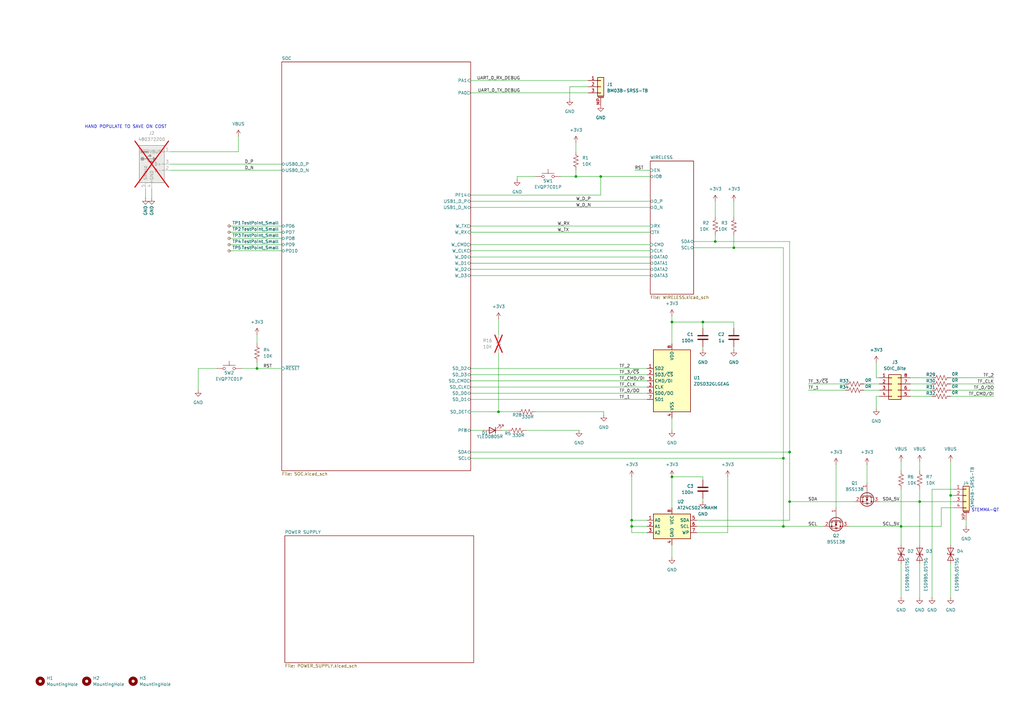
<source format=kicad_sch>
(kicad_sch (version 20231120) (generator "eeschema") (generator_version "8.0")
  (paper "A3")
  (title_block (title "Emergency Linux Computer") (date "2024-11-21") (rev "B"))
  (lib_symbols
    (symbol "Connector:TestPoint_Small" (pin_numbers hide) (pin_names (offset 0.762) hide)
      (property "Reference" "TP" (at 0 3.81 0))
      (property "Value" "TestPoint_Small" (at 0 2.032 0))
      (symbol "TestPoint_Small_0_1"
        (circle (center 0 0) (radius 0.508))
      )
      (symbol "TestPoint_Small_1_1"
        (pin passive line (at 0 0 90) (length 0) (name "1") (number "1"))
      )
    )
    (symbol "Connector:USB_A" (pin_names (offset 1.016))
      (property "Reference" "J" (at -5.08 11.43 0))
      (property "Value" "USB_A" (at -5.08 8.89 0))
      (symbol "USB_A_0_1"
        (rectangle (start -5.08 -7.62) (end 5.08 7.62) (stroke (width 0.254)) (fill (type background)))
        (circle (center -3.81 2.159) (radius 0.635) (stroke (width 0.254)) (fill (type outline)))
        (rectangle (start -1.524 4.826) (end -4.318 5.334) (fill (type outline)))
        (rectangle (start -1.27 4.572) (end -4.572 5.842))
        (circle (center -0.635 3.429) (radius 0.381) (stroke (width 0.254)) (fill (type outline)))
        (rectangle (start -0.127 -7.62) (end 0.127 -6.858))
        (polyline (pts (xy -3.175 2.159) (xy -2.54 2.159) (xy -1.27 3.429) (xy -0.635 3.429)) (stroke (width 0.254)))
        (polyline (pts (xy -2.54 2.159) (xy -1.905 2.159) (xy -1.27 0.889) (xy 0 0.889)) (stroke (width 0.254)))
        (polyline (pts (xy 0.635 2.794) (xy 0.635 1.524) (xy 1.905 2.159) (xy 0.635 2.794)) (stroke (width 0.254)) (fill (type outline)))
        (rectangle (start 0.254 1.27) (end -0.508 0.508) (stroke (width 0.254)) (fill (type outline)))
        (rectangle (start 5.08 -2.667) (end 4.318 -2.413))
        (rectangle (start 5.08 -0.127) (end 4.318 0.127))
        (rectangle (start 5.08 4.953) (end 4.318 5.207))
      )
      (symbol "USB_A_1_1"
        (polyline (pts (xy -1.905 2.159) (xy 0.635 2.159)) (stroke (width 0.254)))
        (pin power_in line (at 7.62 5.08 180) (length 2.54) (name "VBUS") (number "1"))
        (pin bidirectional line (at 7.62 -2.54 180) (length 2.54) (name "D-") (number "2"))
        (pin bidirectional line (at 7.62 0 180) (length 2.54) (name "D+") (number "3"))
        (pin power_in line (at 0 -10.16 90) (length 2.54) (name "GND") (number "4"))
        (pin passive line (at -2.54 -10.16 90) (length 2.54) (name "Shield") (number "5"))
      )
    )
    (symbol "Connector_Generic:Conn_02x04_Counter_Clockwise" (pin_names (offset 1.016) hide)
      (property "Reference" "J" (at 1.27 5.08 0))
      (property "Value" "Conn_02x04_Counter_Clockwise" (at 1.27 -7.62 0))
      (symbol "Conn_02x04_Counter_Clockwise_1_1"
        (rectangle (start -1.27 -4.953) (end 0 -5.207) (stroke (width 0.1524)))
        (rectangle (start -1.27 -2.413) (end 0 -2.667) (stroke (width 0.1524)))
        (rectangle (start -1.27 0.127) (end 0 -0.127) (stroke (width 0.1524)))
        (rectangle (start -1.27 2.667) (end 0 2.413) (stroke (width 0.1524)))
        (rectangle (start -1.27 3.81) (end 3.81 -6.35) (stroke (width 0.254)) (fill (type background)))
        (rectangle (start 3.81 -4.953) (end 2.54 -5.207) (stroke (width 0.1524)))
        (rectangle (start 3.81 -2.413) (end 2.54 -2.667) (stroke (width 0.1524)))
        (rectangle (start 3.81 0.127) (end 2.54 -0.127) (stroke (width 0.1524)))
        (rectangle (start 3.81 2.667) (end 2.54 2.413) (stroke (width 0.1524)))
        (pin passive line (at -5.08 2.54 0) (length 3.81) (name "Pin_1") (number "1"))
        (pin passive line (at -5.08 0 0) (length 3.81) (name "Pin_2") (number "2"))
        (pin passive line (at -5.08 -2.54 0) (length 3.81) (name "Pin_3") (number "3"))
        (pin passive line (at -5.08 -5.08 0) (length 3.81) (name "Pin_4") (number "4"))
        (pin passive line (at 7.62 -5.08 180) (length 3.81) (name "Pin_5") (number "5"))
        (pin passive line (at 7.62 -2.54 180) (length 3.81) (name "Pin_6") (number "6"))
        (pin passive line (at 7.62 0 180) (length 3.81) (name "Pin_7") (number "7"))
        (pin passive line (at 7.62 2.54 180) (length 3.81) (name "Pin_8") (number "8"))
      )
    )
    (symbol "Connector_Generic_MountingPin:Conn_01x03_MountingPin" (pin_names (offset 1.016) hide)
      (property "Reference" "J" (at 0 5.08 0))
      (property "Value" "Conn_01x03_MountingPin" (at 1.27 -5.08 0))
      (symbol "Conn_01x03_MountingPin_1_1"
        (rectangle (start -1.27 -2.413) (end 0 -2.667) (stroke (width 0.1524)))
        (rectangle (start -1.27 0.127) (end 0 -0.127) (stroke (width 0.1524)))
        (rectangle (start -1.27 2.667) (end 0 2.413) (stroke (width 0.1524)))
        (rectangle (start -1.27 3.81) (end 1.27 -3.81) (stroke (width 0.254)) (fill (type background)))
        (polyline (pts (xy -1.016 -4.572) (xy 1.016 -4.572)) (stroke (width 0.1524)))
        (text "Mounting" (at 0 -4.191 0) (effects (font (size 0.381 0.381))))
        (pin passive line (at -5.08 2.54 0) (length 3.81) (name "Pin_1") (number "1"))
        (pin passive line (at -5.08 0 0) (length 3.81) (name "Pin_2") (number "2"))
        (pin passive line (at -5.08 -2.54 0) (length 3.81) (name "Pin_3") (number "3"))
        (pin passive line (at 0 -7.62 90) (length 3.048) (name "MountPin") (number "MP"))
      )
    )
    (symbol "Connector_Generic_MountingPin:Conn_01x04_MountingPin" (pin_names (offset 1.016) hide)
      (property "Reference" "J" (at 0 5.08 0))
      (property "Value" "Conn_01x04_MountingPin" (at 1.27 -7.62 0))
      (symbol "Conn_01x04_MountingPin_1_1"
        (rectangle (start -1.27 -4.953) (end 0 -5.207) (stroke (width 0.1524)))
        (rectangle (start -1.27 -2.413) (end 0 -2.667) (stroke (width 0.1524)))
        (rectangle (start -1.27 0.127) (end 0 -0.127) (stroke (width 0.1524)))
        (rectangle (start -1.27 2.667) (end 0 2.413) (stroke (width 0.1524)))
        (rectangle (start -1.27 3.81) (end 1.27 -6.35) (stroke (width 0.254)) (fill (type background)))
        (polyline (pts (xy -1.016 -7.112) (xy 1.016 -7.112)) (stroke (width 0.1524)))
        (text "Mounting" (at 0 -6.731 0) (effects (font (size 0.381 0.381))))
        (pin passive line (at -5.08 2.54 0) (length 3.81) (name "Pin_1") (number "1"))
        (pin passive line (at -5.08 0 0) (length 3.81) (name "Pin_2") (number "2"))
        (pin passive line (at -5.08 -2.54 0) (length 3.81) (name "Pin_3") (number "3"))
        (pin passive line (at -5.08 -5.08 0) (length 3.81) (name "Pin_4") (number "4"))
        (pin passive line (at 0 -10.16 90) (length 3.048) (name "MountPin") (number "MP"))
      )
    )
    (symbol "Device:C" (pin_numbers hide) (pin_names (offset 0.254))
      (property "Reference" "C" (at 0.635 2.54 0))
      (property "Value" "C" (at 0.635 -2.54 0))
      (symbol "C_0_1"
        (polyline (pts (xy -2.032 -0.762) (xy 2.032 -0.762)) (stroke (width 0.508)))
        (polyline (pts (xy -2.032 0.762) (xy 2.032 0.762)) (stroke (width 0.508)))
      )
      (symbol "C_1_1"
        (pin passive line (at 0 3.81 270) (length 2.794) (name "~") (number "1"))
        (pin passive line (at 0 -3.81 90) (length 2.794) (name "~") (number "2"))
      )
    )
    (symbol "Device:LED" (pin_numbers hide) (pin_names (offset 1.016) hide)
      (property "Reference" "D" (at 0 2.54 0))
      (property "Value" "LED" (at 0 -2.54 0))
      (symbol "LED_0_1"
        (polyline (pts (xy -1.27 -1.27) (xy -1.27 1.27)) (stroke (width 0.254)))
        (polyline (pts (xy -1.27 0) (xy 1.27 0)))
        (polyline (pts (xy 1.27 -1.27) (xy 1.27 1.27) (xy -1.27 0) (xy 1.27 -1.27)) (stroke (width 0.254)))
        (polyline (pts (xy -3.048 -0.762) (xy -4.572 -2.286) (xy -3.81 -2.286) (xy -4.572 -2.286) (xy -4.572 -1.524)))
        (polyline (pts (xy -1.778 -0.762) (xy -3.302 -2.286) (xy -2.54 -2.286) (xy -3.302 -2.286) (xy -3.302 -1.524)))
      )
      (symbol "LED_1_1"
        (pin passive line (at -3.81 0 0) (length 2.54) (name "K") (number "1"))
        (pin passive line (at 3.81 0 180) (length 2.54) (name "A") (number "2"))
      )
    )
    (symbol "Device:R_US" (pin_numbers hide) (pin_names (offset 0))
      (property "Reference" "R" (at 2.54 0 90))
      (property "Value" "R_US" (at -2.54 0 90))
      (symbol "R_US_0_1"
        (polyline (pts (xy 0 -2.286) (xy 0 -2.54)))
        (polyline (pts (xy 0 2.286) (xy 0 2.54)))
        (polyline (pts (xy 0 -0.762) (xy 1.016 -1.143) (xy 0 -1.524) (xy -1.016 -1.905) (xy 0 -2.286)))
        (polyline (pts (xy 0 0.762) (xy 1.016 0.381) (xy 0 0) (xy -1.016 -0.381) (xy 0 -0.762)))
        (polyline (pts (xy 0 2.286) (xy 1.016 1.905) (xy 0 1.524) (xy -1.016 1.143) (xy 0 0.762)))
      )
      (symbol "R_US_1_1"
        (pin passive line (at 0 3.81 270) (length 1.27) (name "~") (number "1"))
        (pin passive line (at 0 -3.81 90) (length 1.27) (name "~") (number "2"))
      )
    )
    (symbol "Diode:ESD9B5.0ST5G" (pin_numbers hide) (pin_names (offset 1.016) hide)
      (property "Reference" "D" (at 0 2.54 0))
      (property "Value" "ESD9B5.0ST5G" (at 0 -2.54 0))
      (symbol "ESD9B5.0ST5G_0_1"
        (polyline (pts (xy 1.27 0) (xy -1.27 0)))
        (polyline (pts (xy -2.54 -1.27) (xy 0 0) (xy -2.54 1.27) (xy -2.54 -1.27)) (stroke (width 0.2032)))
        (polyline (pts (xy 0.508 1.27) (xy 0 1.27) (xy 0 -1.27) (xy -0.508 -1.27)) (stroke (width 0.2032)))
        (polyline (pts (xy 2.54 1.27) (xy 2.54 -1.27) (xy 0 0) (xy 2.54 1.27)) (stroke (width 0.2032)))
      )
      (symbol "ESD9B5.0ST5G_1_1"
        (pin passive line (at -3.81 0 0) (length 2.54) (name "A1") (number "1"))
        (pin passive line (at 3.81 0 180) (length 2.54) (name "A2") (number "2"))
      )
    )
    (symbol "Mechanical:MountingHole" (pin_names (offset 1.016)) (exclude_from_sim yes) (in_bom no)
      (property "Reference" "H" (at 0 5.08 0))
      (property "Value" "MountingHole" (at 0 3.175 0))
      (symbol "MountingHole_0_1"
        (circle (center 0 0) (radius 1.27) (stroke (width 1.27)))
      )
    )
    (symbol "Memory_EEPROM:AT24CS02-MAHM"
      (property "Reference" "U2" (at 2.1941 10.16 0))
      (property "Value" "AT24CS02-MAHM" (at 2.1941 7.62 0))
      (symbol "AT24CS02-MAHM_1_1"
        (rectangle (start -7.62 5.08) (end 7.62 -5.08) (stroke (width 0.254)) (fill (type background)))
        (pin input line (at -10.16 2.54 0) (length 2.54) (name "A0") (number "1"))
        (pin input line (at -10.16 0 0) (length 2.54) (name "A1") (number "2"))
        (pin input line (at -10.16 -2.54 0) (length 2.54) (name "A2") (number "3"))
        (pin power_in line (at 0 -7.62 90) (length 2.54) (name "GND") (number "4"))
        (pin bidirectional line (at 10.16 2.54 180) (length 2.54) (name "SDA") (number "5"))
        (pin input line (at 10.16 0 180) (length 2.54) (name "SCL") (number "6"))
        (pin input line (at 10.16 -2.54 180) (length 2.54) (name "WP") (number "7"))
        (pin power_in line (at 0 7.62 270) (length 2.54) (name "VCC") (number "8"))
        (pin power_in line (at 0 -7.62 90) (length 2.54) hide (name "GND") (number "9"))
      )
    )
    (symbol "Memory_Flash:XTSD08G"
      (property "Reference" "U" (at -7.62 15.24 0))
      (property "Value" "XTSD08G" (at 2.54 15.24 0))
      (symbol "XTSD08G_0_1"
        (rectangle (start -7.62 12.7) (end 7.62 -12.7) (stroke (width 0.254)) (fill (type background)))
      )
      (symbol "XTSD08G_1_1"
        (pin bidirectional line (at -10.16 5.08 0) (length 2.54) (name "SD2") (number "1"))
        (pin bidirectional line (at -10.16 2.54 0) (length 2.54) (name "SD3/~{CS}") (number "2"))
        (pin input line (at -10.16 -2.54 0) (length 2.54) (name "CLK") (number "3"))
        (pin power_in line (at 0 -15.24 90) (length 2.54) (name "VSS") (number "4"))
        (pin input line (at -10.16 0 0) (length 2.54) (name "CMD/DI") (number "5"))
        (pin bidirectional line (at -10.16 -5.08 0) (length 2.54) (name "SD0/DO") (number "6"))
        (pin bidirectional line (at -10.16 -7.62 0) (length 2.54) (name "SD1") (number "7"))
        (pin power_in line (at 0 15.24 270) (length 2.54) (name "VDD") (number "8"))
      )
    )
    (symbol "Switch:SW_Push" (pin_numbers hide) (pin_names (offset 1.016) hide)
      (property "Reference" "SW" (at 1.27 2.54 0))
      (property "Value" "SW_Push" (at 0 -1.524 0))
      (symbol "SW_Push_0_1"
        (circle (center -2.032 0) (radius 0.508))
        (polyline (pts (xy 0 1.27) (xy 0 3.048)))
        (polyline (pts (xy 2.54 1.27) (xy -2.54 1.27)))
        (circle (center 2.032 0) (radius 0.508))
        (pin passive line (at -5.08 0 0) (length 2.54) (name "1") (number "1"))
        (pin passive line (at 5.08 0 180) (length 2.54) (name "2") (number "2"))
      )
    )
    (symbol "Transistor_FET:BSS138" (pin_names hide)
      (property "Reference" "Q" (at 5.08 1.905 0))
      (property "Value" "BSS138" (at 5.08 0 0))
      (symbol "BSS138_0_1"
        (polyline (pts (xy 0.254 0) (xy -2.54 0)))
        (polyline (pts (xy 0.254 1.905) (xy 0.254 -1.905)) (stroke (width 0.254)))
        (polyline (pts (xy 0.762 -1.27) (xy 0.762 -2.286)) (stroke (width 0.254)))
        (polyline (pts (xy 0.762 0.508) (xy 0.762 -0.508)) (stroke (width 0.254)))
        (polyline (pts (xy 0.762 2.286) (xy 0.762 1.27)) (stroke (width 0.254)))
        (polyline (pts (xy 2.54 2.54) (xy 2.54 1.778)))
        (polyline (pts (xy 2.54 -2.54) (xy 2.54 0) (xy 0.762 0)))
        (polyline (pts (xy 0.762 -1.778) (xy 3.302 -1.778) (xy 3.302 1.778) (xy 0.762 1.778)))
        (polyline (pts (xy 1.016 0) (xy 2.032 0.381) (xy 2.032 -0.381) (xy 1.016 0)) (fill (type outline)))
        (polyline (pts (xy 2.794 0.508) (xy 2.921 0.381) (xy 3.683 0.381) (xy 3.81 0.254)))
        (polyline (pts (xy 3.302 0.381) (xy 2.921 -0.254) (xy 3.683 -0.254) (xy 3.302 0.381)))
        (circle (center 1.651 0) (radius 2.794) (stroke (width 0.254)))
        (circle (center 2.54 -1.778) (radius 0.254) (fill (type outline)))
        (circle (center 2.54 1.778) (radius 0.254) (fill (type outline)))
      )
      (symbol "BSS138_1_1"
        (pin input line (at -5.08 0 0) (length 2.54) (name "G") (number "1"))
        (pin passive line (at 2.54 -5.08 90) (length 2.54) (name "S") (number "2"))
        (pin passive line (at 2.54 5.08 270) (length 2.54) (name "D") (number "3"))
      )
    )
    (symbol "power:+3V3" (power) (pin_numbers hide) (pin_names (offset 0) hide)
      (property "Value" "+3V3" (at 0 3.556 0))
      (symbol "+3V3_0_1"
        (polyline (pts (xy -0.762 1.27) (xy 0 2.54)))
        (polyline (pts (xy 0 0) (xy 0 2.54)))
        (polyline (pts (xy 0 2.54) (xy 0.762 1.27)))
      )
      (symbol "+3V3_1_1"
        (pin power_in line (at 0 0 90) (length 0) (name "~") (number "1"))
      )
    )
    (symbol "power:GND" (power) (pin_numbers hide) (pin_names (offset 0) hide)
      (property "Value" "GND" (at 0 -3.81 0))
      (symbol "GND_0_1"
        (polyline (pts (xy 0 0) (xy 0 -1.27) (xy 1.27 -1.27) (xy 0 -2.54) (xy -1.27 -1.27) (xy 0 -1.27)))
      )
      (symbol "GND_1_1"
        (pin power_in line (at 0 0 270) (length 0) (name "~") (number "1"))
      )
    )
    (symbol "power:VBUS" (power) (pin_numbers hide) (pin_names (offset 0) hide)
      (property "Value" "VBUS" (at 0 3.556 0))
      (symbol "VBUS_0_1"
        (polyline (pts (xy -0.762 1.27) (xy 0 2.54)))
        (polyline (pts (xy 0 0) (xy 0 2.54)))
        (polyline (pts (xy 0 2.54) (xy 0.762 1.27)))
      )
      (symbol "VBUS_1_1"
        (pin power_in line (at 0 0 90) (length 0) (name "~") (number "1"))
      )
    )
  )
  (junction (at 377.19 205.74))
  (junction (at 275.59 195.58))
  (junction (at 259.08 213.36))
  (junction (at 246.38 72.39))
  (junction (at 321.31 187.96))
  (junction (at 323.85 185.42))
  (junction (at 369.57 215.9))
  (junction (at 323.85 205.74))
  (junction (at 288.29 132.08))
  (junction (at 275.59 132.08))
  (junction (at 321.31 215.9))
  (junction (at 204.47 168.91))
  (junction (at 236.22 72.39))
  (junction (at 259.08 215.9))
  (junction (at 300.99 101.6))
  (junction (at 389.89 203.2))
  (junction (at 105.41 151.13))
  (junction (at 293.37 99.06))
  (wire (pts (xy 259.08 215.9) (xy 259.08 218.44)))
  (wire (pts (xy 389.89 231.14) (xy 389.89 245.11)))
  (wire (pts (xy 288.29 142.24) (xy 288.29 143.51)))
  (wire (pts (xy 219.71 72.39) (xy 212.09 72.39)))
  (wire (pts (xy 193.04 102.87) (xy 266.7 102.87)))
  (wire (pts (xy 105.41 151.13) (xy 115.57 151.13)))
  (wire (pts (xy 204.47 144.78) (xy 204.47 168.91)))
  (wire (pts (xy 284.48 101.6) (xy 300.99 101.6)))
  (wire (pts (xy 260.35 69.85) (xy 266.7 69.85)))
  (wire (pts (xy 373.38 162.56) (xy 382.27 162.56)))
  (wire (pts (xy 347.98 215.9) (xy 369.57 215.9)))
  (wire (pts (xy 389.89 189.23) (xy 389.89 203.2)))
  (wire (pts (xy 377.19 223.52) (xy 377.19 205.74)))
  (wire (pts (xy 354.33 157.48) (xy 360.68 157.48)))
  (wire (pts (xy 193.04 107.95) (xy 266.7 107.95)))
  (wire (pts (xy 373.38 154.94) (xy 382.27 154.94)))
  (wire (pts (xy 193.04 153.67) (xy 265.43 153.67)))
  (wire (pts (xy 321.31 187.96) (xy 321.31 215.9)))
  (wire (pts (xy 285.75 218.44) (xy 298.45 218.44)))
  (wire (pts (xy 300.99 101.6) (xy 321.31 101.6)))
  (wire (pts (xy 193.04 95.25) (xy 266.7 95.25)))
  (wire (pts (xy 342.9 190.5) (xy 342.9 208.28)))
  (wire (pts (xy 93.98 92.71) (xy 115.57 92.71)))
  (wire (pts (xy 246.38 72.39) (xy 266.7 72.39)))
  (wire (pts (xy 354.33 160.02) (xy 360.68 160.02)))
  (wire (pts (xy 389.89 157.48) (xy 407.67 157.48)))
  (wire (pts (xy 275.59 132.08) (xy 275.59 140.97)))
  (wire (pts (xy 93.98 102.87) (xy 115.57 102.87)))
  (wire (pts (xy 285.75 215.9) (xy 321.31 215.9)))
  (wire (pts (xy 93.98 100.33) (xy 115.57 100.33)))
  (wire (pts (xy 193.04 100.33) (xy 266.7 100.33)))
  (wire (pts (xy 369.57 231.14) (xy 369.57 245.11)))
  (wire (pts (xy 288.29 134.62) (xy 288.29 132.08)))
  (wire (pts (xy 275.59 228.6) (xy 275.59 223.52)))
  (wire (pts (xy 193.04 151.13) (xy 265.43 151.13)))
  (wire (pts (xy 193.04 163.83) (xy 265.43 163.83)))
  (wire (pts (xy 205.74 176.53) (xy 208.28 176.53)))
  (wire (pts (xy 233.68 35.56) (xy 233.68 40.64)))
  (wire (pts (xy 300.99 82.55) (xy 300.99 88.9)))
  (wire (pts (xy 300.99 142.24) (xy 300.99 143.51)))
  (wire (pts (xy 193.04 113.03) (xy 266.7 113.03)))
  (wire (pts (xy 284.48 99.06) (xy 293.37 99.06)))
  (wire (pts (xy 359.41 154.94) (xy 360.68 154.94)))
  (wire (pts (xy 323.85 185.42) (xy 323.85 205.74)))
  (wire (pts (xy 193.04 158.75) (xy 265.43 158.75)))
  (wire (pts (xy 62.23 77.47) (xy 62.23 81.28)))
  (wire (pts (xy 219.71 168.91) (xy 247.65 168.91)))
  (wire (pts (xy 259.08 195.58) (xy 259.08 213.36)))
  (wire (pts (xy 193.04 161.29) (xy 265.43 161.29)))
  (wire (pts (xy 259.08 213.36) (xy 259.08 215.9)))
  (wire (pts (xy 355.6 190.5) (xy 355.6 198.12)))
  (wire (pts (xy 88.9 151.13) (xy 81.28 151.13)))
  (wire (pts (xy 373.38 157.48) (xy 382.27 157.48)))
  (wire (pts (xy 247.65 168.91) (xy 247.65 170.18)))
  (wire (pts (xy 377.19 205.74) (xy 391.16 205.74)))
  (wire (pts (xy 193.04 82.55) (xy 266.7 82.55)))
  (wire (pts (xy 331.47 157.48) (xy 346.71 157.48)))
  (wire (pts (xy 193.04 80.01) (xy 246.38 80.01)))
  (wire (pts (xy 389.89 160.02) (xy 407.67 160.02)))
  (wire (pts (xy 360.68 205.74) (xy 377.19 205.74)))
  (wire (pts (xy 288.29 204.47) (xy 288.29 205.74)))
  (wire (pts (xy 69.85 69.85) (xy 115.57 69.85)))
  (wire (pts (xy 193.04 156.21) (xy 265.43 156.21)))
  (wire (pts (xy 259.08 218.44) (xy 265.43 218.44)))
  (wire (pts (xy 259.08 213.36) (xy 265.43 213.36)))
  (wire (pts (xy 389.89 162.56) (xy 407.67 162.56)))
  (wire (pts (xy 275.59 129.54) (xy 275.59 132.08)))
  (wire (pts (xy 377.19 189.23) (xy 377.19 193.04)))
  (wire (pts (xy 246.38 80.01) (xy 246.38 72.39)))
  (wire (pts (xy 288.29 132.08) (xy 275.59 132.08)))
  (wire (pts (xy 193.04 105.41) (xy 266.7 105.41)))
  (wire (pts (xy 93.98 95.25) (xy 115.57 95.25)))
  (wire (pts (xy 69.85 62.23) (xy 97.79 62.23)))
  (wire (pts (xy 236.22 69.85) (xy 236.22 72.39)))
  (wire (pts (xy 323.85 213.36) (xy 323.85 205.74)))
  (wire (pts (xy 193.04 187.96) (xy 321.31 187.96)))
  (wire (pts (xy 105.41 137.16) (xy 105.41 140.97)))
  (wire (pts (xy 359.41 162.56) (xy 359.41 167.64)))
  (wire (pts (xy 93.98 97.79) (xy 115.57 97.79)))
  (wire (pts (xy 236.22 72.39) (xy 229.87 72.39)))
  (wire (pts (xy 193.04 176.53) (xy 198.12 176.53)))
  (wire (pts (xy 359.41 148.59) (xy 359.41 154.94)))
  (wire (pts (xy 300.99 134.62) (xy 300.99 132.08)))
  (wire (pts (xy 105.41 151.13) (xy 99.06 151.13)))
  (wire (pts (xy 69.85 67.31) (xy 115.57 67.31)))
  (wire (pts (xy 321.31 215.9) (xy 337.82 215.9)))
  (wire (pts (xy 193.04 168.91) (xy 204.47 168.91)))
  (wire (pts (xy 298.45 195.58) (xy 298.45 218.44)))
  (wire (pts (xy 321.31 101.6) (xy 321.31 187.96)))
  (wire (pts (xy 300.99 132.08) (xy 288.29 132.08)))
  (wire (pts (xy 97.79 55.88) (xy 97.79 62.23)))
  (wire (pts (xy 386.08 215.9) (xy 386.08 208.28)))
  (wire (pts (xy 386.08 208.28) (xy 391.16 208.28)))
  (wire (pts (xy 236.22 58.42) (xy 236.22 62.23)))
  (wire (pts (xy 382.27 200.66) (xy 391.16 200.66)))
  (wire (pts (xy 369.57 215.9) (xy 386.08 215.9)))
  (wire (pts (xy 369.57 200.66) (xy 369.57 215.9)))
  (wire (pts (xy 369.57 215.9) (xy 369.57 223.52)))
  (wire (pts (xy 204.47 130.81) (xy 204.47 137.16)))
  (wire (pts (xy 193.04 92.71) (xy 266.7 92.71)))
  (wire (pts (xy 389.89 203.2) (xy 389.89 223.52)))
  (wire (pts (xy 373.38 160.02) (xy 382.27 160.02)))
  (wire (pts (xy 331.47 160.02) (xy 346.71 160.02)))
  (wire (pts (xy 59.69 77.47) (xy 59.69 81.28)))
  (wire (pts (xy 288.29 196.85) (xy 288.29 195.58)))
  (wire (pts (xy 323.85 99.06) (xy 323.85 185.42)))
  (wire (pts (xy 193.04 110.49) (xy 266.7 110.49)))
  (wire (pts (xy 241.3 35.56) (xy 233.68 35.56)))
  (wire (pts (xy 81.28 151.13) (xy 81.28 160.02)))
  (wire (pts (xy 300.99 96.52) (xy 300.99 101.6)))
  (wire (pts (xy 369.57 189.23) (xy 369.57 193.04)))
  (wire (pts (xy 377.19 200.66) (xy 377.19 205.74)))
  (wire (pts (xy 293.37 99.06) (xy 323.85 99.06)))
  (wire (pts (xy 215.9 176.53) (xy 237.49 176.53)))
  (wire (pts (xy 285.75 213.36) (xy 323.85 213.36)))
  (wire (pts (xy 193.04 85.09) (xy 266.7 85.09)))
  (wire (pts (xy 382.27 200.66) (xy 382.27 245.11)))
  (wire (pts (xy 323.85 205.74) (xy 350.52 205.74)))
  (wire (pts (xy 389.89 154.94) (xy 407.67 154.94)))
  (wire (pts (xy 288.29 195.58) (xy 275.59 195.58)))
  (wire (pts (xy 275.59 171.45) (xy 275.59 176.53)))
  (wire (pts (xy 396.24 213.36) (xy 396.24 215.9)))
  (wire (pts (xy 293.37 96.52) (xy 293.37 99.06)))
  (wire (pts (xy 193.04 38.1) (xy 241.3 38.1)))
  (wire (pts (xy 391.16 203.2) (xy 389.89 203.2)))
  (wire (pts (xy 236.22 72.39) (xy 246.38 72.39)))
  (wire (pts (xy 193.04 33.02) (xy 241.3 33.02)))
  (wire (pts (xy 293.37 82.55) (xy 293.37 88.9)))
  (wire (pts (xy 360.68 162.56) (xy 359.41 162.56)))
  (wire (pts (xy 105.41 148.59) (xy 105.41 151.13)))
  (wire (pts (xy 377.19 231.14) (xy 377.19 245.11)))
  (wire (pts (xy 275.59 195.58) (xy 275.59 208.28)))
  (wire (pts (xy 204.47 168.91) (xy 212.09 168.91)))
  (wire (pts (xy 212.09 72.39) (xy 212.09 73.66)))
  (wire (pts (xy 193.04 185.42) (xy 323.85 185.42)))
  (wire (pts (xy 259.08 215.9) (xy 265.43 215.9)))
  (text "STEMMA-QT" (at 404.114 209.296 0) (effects (font (size 1.27 1.27))))
  (text "HAND POPULATE TO SAVE ON COST\n" (at 51.562 52.07 0) (effects (font (size 1.27 1.27))))
  (label "UART_0_RX_DEBUG" (at 213.36 33.02 180))
  (label "TF_2" (at 254 151.13 0))
  (label "W_D_P" (at 236.22 82.55 0))
  (label "TF_CMD{slash}DI" (at 254 156.21 0))
  (label "TF_CLK" (at 407.67 157.48 180))
  (label "RST" (at 107.95 151.13 0))
  (label "W_TX" (at 228.6 95.25 0))
  (label "W_RX" (at 228.6 92.71 0))
  (label "TF_1" (at 331.47 160.02 0))
  (label "D_P" (at 100.33 67.31 0))
  (label "TF_3{slash}~{CS}" (at 254 153.67 0))
  (label "TF_0{slash}DO" (at 254 161.29 0))
  (label "W_D_N" (at 236.22 85.09 0))
  (label "UART_0_TX_DEBUG" (at 213.36 38.1 180))
  (label "SCL" (at 331.47 215.9 0))
  (label "D_N" (at 100.33 69.85 0))
  (label "TF_3{slash}~{CS}" (at 331.47 157.48 0))
  (label "TF_1" (at 254 163.83 0))
  (label "SDA_5V" (at 361.95 205.74 0))
  (label "SDA" (at 331.47 205.74 0))
  (label "TF_0{slash}DO" (at 407.67 160.02 180))
  (label "TF_CMD{slash}DI" (at 407.67 162.56 180))
  (label "RST" (at 260.35 69.85 0))
  (label "TF_CLK" (at 254 158.75 0))
  (label "TF_2" (at 407.67 154.94 180))
  (label "SCL_5V" (at 361.95 215.9 0))
  (symbol (lib_id "Device:C") (at 288.29 200.66 0) (mirror y) (unit 1)
    (property "Reference" "C3" (at 284.48 199.3899 0) (effects (justify left)))
    (property "Value" "100n" (at 284.48 201.9299 0) (effects (justify left)))
    (property "Footprint" "Capacitor_SMD:C_0201_0603Metric" (effects (hide yes)))
    (property "Description" "Unpolarized capacitor" (effects (hide yes)))
  )
  (symbol (lib_id "power:GND") (at 275.59 176.53 0) (mirror y) (unit 1)
    (property "Reference" "#PWR018" (effects (hide yes)))
    (property "Value" "GND" (at 275.59 181.61 0))
    (property "Description" "Power symbol creates a global label with name \"GND\" , ground" (effects (hide yes)))
  )
  (symbol (lib_id "Diode:ESD9B5.0ST5G") (at 369.57 227.33 270) (unit 1)
    (property "Reference" "D2" (at 372.11 226.0599 90) (effects (justify left)))
    (property "Value" "ESD9B5.0ST5G" (at 372.11 228.5999 0) (effects (justify left)))
    (property "Footprint" "Diode_SMD:D_SOD-923" (effects (hide yes)))
    (property "Datasheet" "https://www.onsemi.com/pub/Collateral/ESD9B-D.PDF" (effects (hide yes)))
    (property "Description" "ESD protection diode, 5.0Vrwm, SOD-923" (effects (hide yes)))
  )
  (symbol (lib_id "Device:R_US") (at 293.37 92.71 0) (mirror y) (unit 1)
    (property "Reference" "R2" (at 290.83 91.4399 0) (effects (justify left)))
    (property "Value" "10K" (at 290.83 93.9799 0) (effects (justify left)))
    (property "Footprint" "Resistor_SMD:R_0201_0603Metric" (effects (hide yes)))
    (property "Description" "Resistor, US symbol" (effects (hide yes)))
  )
  (symbol (lib_id "power:GND") (at 275.59 228.6 0) (mirror y) (unit 1)
    (property "Reference" "#PWR029" (effects (hide yes)))
    (property "Value" "GND" (at 275.59 233.68 0))
    (property "Description" "Power symbol creates a global label with name \"GND\" , ground" (effects (hide yes)))
  )
  (symbol (lib_id "power:GND") (at 377.19 245.11 0) (unit 1)
    (property "Reference" "#PWR031" (effects (hide yes)))
    (property "Value" "GND" (at 377.19 250.19 0))
    (property "Description" "Power symbol creates a global label with name \"GND\" , ground" (effects (hide yes)))
  )
  (symbol (lib_id "power:+3V3") (at 355.6 190.5 0) (unit 1)
    (property "Reference" "#PWR020" (effects (hide yes)))
    (property "Value" "+3V3" (at 355.6 185.42 0))
    (property "Description" "Power symbol creates a global label with name \"+3V3\"" (effects (hide yes)))
  )
  (symbol (lib_id "Mechanical:MountingHole") (at 54.61 279.4 0) (unit 1) (exclude_from_sim yes) (in_bom no)
    (property "Reference" "H3" (at 57.15 278.1299 0) (effects (justify left)))
    (property "Value" "MountingHole" (at 57.15 280.6699 0) (effects (justify left)))
    (property "Footprint" "MountingHole:MountingHole_2.2mm_M2" (effects (hide yes)))
    (property "Description" "Mounting Hole without connection" (effects (hide yes)))
  )
  (symbol (lib_id "Transistor_FET:BSS138") (at 355.6 203.2 270) (unit 1)
    (property "Reference" "Q1" (at 350.52 198.12 90))
    (property "Value" "BSS138" (at 350.52 200.66 90))
    (property "Footprint" "Package_TO_SOT_SMD:SOT-23" (effects (hide yes)))
    (property "Datasheet" "https://www.onsemi.com/pub/Collateral/BSS138-D.PDF" (effects (hide yes)))
    (property "Description" "50V Vds, 0.22A Id, N-Channel MOSFET, SOT-23" (effects (hide yes)))
  )
  (symbol (lib_id "Device:R_US") (at 204.47 140.97 0) (mirror y) (unit 1) (in_bom no) (dnp yes)
    (property "Reference" "R16" (at 201.93 139.6999 0) (effects (justify left)))
    (property "Value" "10K" (at 201.93 142.2399 0) (effects (justify left)))
    (property "Footprint" "Resistor_SMD:R_0805_2012Metric" (effects (hide yes)))
    (property "Description" "Resistor, US symbol" (effects (hide yes)))
  )
  (symbol (lib_id "power:VBUS") (at 97.79 55.88 0) (unit 1)
    (property "Reference" "#PWR03" (effects (hide yes)))
    (property "Value" "VBUS" (at 97.79 50.8 0))
    (property "Description" "Power symbol creates a global label with name \"VBUS\"" (effects (hide yes)))
  )
  (symbol (lib_id "Connector:TestPoint_Small") (at 93.98 97.79 0) (unit 1) (exclude_from_sim yes) (in_bom no)
    (property "Reference" "TP3" (at 95.25 96.5199 0) (effects (justify left)))
    (property "Value" "TestPoint_Small" (at 99.06 96.52 0) (effects (justify left)))
    (property "Footprint" "TestPoint:TestPoint_Pad_D1.0mm" (effects (hide yes)))
    (property "Description" "test point" (effects (hide yes)))
  )
  (symbol (lib_id "Memory_Flash:XTSD08G") (at 275.59 156.21 0) (unit 1)
    (property "Reference" "U1" (at 284.48 154.9399 0) (effects (justify left)))
    (property "Value" "ZDSD32GLGEAG" (at 284.48 157.4799 0) (effects (justify left)))
    (property "Footprint" "Package_LGA:LGA-8_8x6mm_P1.27mm" (effects (hide yes)))
    (property "Datasheet" "https://wmsc.lcsc.com/wmsc/upload/file/pdf/v2/lcsc/2312110943_Zetta-ZDSD32GLGEAG_C5188571.pdf" (effects (hide yes)))
    (property "Description" "8Gbit NAND flash compliant with SD2.0 interface, 50Mhz 3.3V, LGA-8" (effects (hide yes)))
  )
  (symbol (lib_id "power:GND") (at 247.65 170.18 0) (unit 1)
    (property "Reference" "#PWR096" (effects (hide yes)))
    (property "Value" "GND" (at 247.65 175.26 0))
    (property "Description" "Power symbol creates a global label with name \"GND\" , ground" (effects (hide yes)))
  )
  (symbol (lib_id "Device:R_US") (at 386.08 157.48 90) (unit 1)
    (property "Reference" "R30" (at 381.762 156.21 90))
    (property "Value" "0R" (at 391.668 155.956 90))
    (property "Footprint" "Resistor_SMD:R_0201_0603Metric" (effects (hide yes)))
    (property "Description" "Resistor, US symbol" (effects (hide yes)))
  )
  (symbol (lib_id "Connector:TestPoint_Small") (at 93.98 102.87 0) (unit 1) (exclude_from_sim yes) (in_bom no)
    (property "Reference" "TP5" (at 95.25 101.5999 0) (effects (justify left)))
    (property "Value" "TestPoint_Small" (at 99.06 101.6 0) (effects (justify left)))
    (property "Footprint" "TestPoint:TestPoint_Pad_D1.0mm" (effects (hide yes)))
    (property "Description" "test point" (effects (hide yes)))
  )
  (symbol (lib_id "power:GND") (at 246.38 43.18 0) (mirror y) (unit 1)
    (property "Reference" "#PWR02" (effects (hide yes)))
    (property "Value" "GND" (at 246.38 48.26 0))
    (property "Description" "Power symbol creates a global label with name \"GND\" , ground" (effects (hide yes)))
  )
  (symbol (lib_id "power:GND") (at 359.41 167.64 0) (mirror y) (unit 1)
    (property "Reference" "#PWR016" (effects (hide yes)))
    (property "Value" "GND" (at 359.41 172.72 0))
    (property "Description" "Power symbol creates a global label with name \"GND\" , ground" (effects (hide yes)))
  )
  (symbol (lib_id "Connector:USB_A") (at 62.23 67.31 0) (unit 1) (in_bom no) (dnp yes)
    (property "Reference" "J2" (at 62.23 54.61 0))
    (property "Value" "480372200" (at 62.23 57.15 0))
    (property "Footprint" "Connector_USB:USB_A_Molex_48037-2200_Horizontal" (effects (hide yes)))
    (property "Description" "USB Type A connector" (effects (hide yes)))
  )
  (symbol (lib_id "Device:LED") (at 201.93 176.53 180) (unit 1)
    (property "Reference" "D1" (at 198.882 177.546 0))
    (property "Value" "YLED0805R" (at 200.914 179.07 0))
    (property "Footprint" "LED_SMD:LED_0805_2012Metric" (effects (hide yes)))
    (property "Description" "Light emitting diode" (effects (hide yes)))
  )
  (symbol (lib_id "power:GND") (at 62.23 81.28 0) (unit 1)
    (property "Reference" "#PWR07" (effects (hide yes)))
    (property "Value" "GND" (at 62.23 86.36 90))
    (property "Description" "Power symbol creates a global label with name \"GND\" , ground" (effects (hide yes)))
  )
  (symbol (lib_id "power:+3V3") (at 359.41 148.59 0) (mirror y) (unit 1)
    (property "Reference" "#PWR014" (effects (hide yes)))
    (property "Value" "+3V3" (at 359.41 143.51 0))
    (property "Description" "Power symbol creates a global label with name \"+3V3\"" (effects (hide yes)))
  )
  (symbol (lib_id "power:GND") (at 288.29 205.74 0) (mirror y) (unit 1)
    (property "Reference" "#PWR027" (effects (hide yes)))
    (property "Value" "GND" (at 288.29 210.82 0))
    (property "Description" "Power symbol creates a global label with name \"GND\" , ground" (effects (hide yes)))
  )
  (symbol (lib_id "Mechanical:MountingHole") (at 16.51 279.4 0) (unit 1) (exclude_from_sim yes) (in_bom no)
    (property "Reference" "H1" (at 19.05 278.1299 0) (effects (justify left)))
    (property "Value" "MountingHole" (at 19.05 280.6699 0) (effects (justify left)))
    (property "Footprint" "MountingHole:MountingHole_2.2mm_M2" (effects (hide yes)))
    (property "Description" "Mounting Hole without connection" (effects (hide yes)))
  )
  (symbol (lib_id "power:GND") (at 233.68 40.64 0) (mirror y) (unit 1)
    (property "Reference" "#PWR01" (effects (hide yes)))
    (property "Value" "GND" (at 233.68 45.72 0))
    (property "Description" "Power symbol creates a global label with name \"GND\" , ground" (effects (hide yes)))
  )
  (symbol (lib_id "Connector_Generic_MountingPin:Conn_01x04_MountingPin") (at 396.24 203.2 0) (unit 1)
    (property "Reference" "J4" (at 394.97 198.12 0) (effects (justify left)))
    (property "Value" "SM04B-SRSS-TB" (at 398.78 208.28 90) (effects (justify left)))
    (property "Footprint" "Connector_JST:JST_SH_SM04B-SRSS-TB_1x04-1MP_P1.00mm_Horizontal" (effects (hide yes)))
    (property "Description" "Generic connectable mounting pin connector, single row, 01x04, script generated (kicad-library-utils/schlib/autogen/connector/)" (effects (hide yes)))
  )
  (symbol (lib_id "power:GND") (at 212.09 73.66 0) (unit 1)
    (property "Reference" "#PWR05" (effects (hide yes)))
    (property "Value" "GND" (at 212.09 78.74 0))
    (property "Description" "Power symbol creates a global label with name \"GND\" , ground" (effects (hide yes)))
  )
  (symbol (lib_id "Device:R_US") (at 105.41 144.78 0) (unit 1)
    (property "Reference" "R4" (at 107.95 143.5099 0) (effects (justify left)))
    (property "Value" "10K" (at 107.95 146.0499 0) (effects (justify left)))
    (property "Footprint" "Resistor_SMD:R_0201_0603Metric" (effects (hide yes)))
    (property "Description" "Resistor, US symbol" (effects (hide yes)))
  )
  (symbol (lib_id "Device:R_US") (at 300.99 92.71 0) (mirror y) (unit 1)
    (property "Reference" "R3" (at 298.45 91.4399 0) (effects (justify left)))
    (property "Value" "10K" (at 298.45 93.9799 0) (effects (justify left)))
    (property "Footprint" "Resistor_SMD:R_0201_0603Metric" (effects (hide yes)))
    (property "Description" "Resistor, US symbol" (effects (hide yes)))
  )
  (symbol (lib_id "Switch:SW_Push") (at 224.79 72.39 0) (unit 1)
    (property "Reference" "SW1" (at 224.79 74.168 0))
    (property "Value" "EVQP7C01P" (at 224.79 76.708 0))
    (property "Footprint" "Button_Switch_SMD:SW_SPST_EVQP7C" (effects (hide yes)))
    (property "Datasheet" "https://www.lcsc.com/datasheet/lcsc_datasheet_1912111437_PANASONIC-EVQP7C01P_C388883.pdf" (effects (hide yes)))
    (property "Description" "Push button switch, generic, two pins" (effects (hide yes)))
  )
  (symbol (lib_id "power:GND") (at 237.49 176.53 0) (unit 1)
    (property "Reference" "#PWR017" (effects (hide yes)))
    (property "Value" "GND" (at 237.49 181.61 0))
    (property "Description" "Power symbol creates a global label with name \"GND\" , ground" (effects (hide yes)))
  )
  (symbol (lib_id "Device:R_US") (at 386.08 160.02 90) (unit 1)
    (property "Reference" "R31" (at 381.762 158.75 90))
    (property "Value" "0R" (at 391.668 158.496 90))
    (property "Footprint" "Resistor_SMD:R_0201_0603Metric" (effects (hide yes)))
    (property "Description" "Resistor, US symbol" (effects (hide yes)))
  )
  (symbol (lib_id "power:GND") (at 300.99 143.51 0) (mirror y) (unit 1)
    (property "Reference" "#PWR013" (effects (hide yes)))
    (property "Value" "GND" (at 300.99 148.59 0))
    (property "Description" "Power symbol creates a global label with name \"GND\" , ground" (effects (hide yes)))
  )
  (symbol (lib_id "power:GND") (at 389.89 245.11 0) (unit 1)
    (property "Reference" "#PWR033" (effects (hide yes)))
    (property "Value" "GND" (at 389.89 250.19 0))
    (property "Description" "Power symbol creates a global label with name \"GND\" , ground" (effects (hide yes)))
  )
  (symbol (lib_id "Device:R_US") (at 386.08 162.56 90) (unit 1)
    (property "Reference" "R32" (at 381.762 161.29 90))
    (property "Value" "0R" (at 391.668 161.036 90))
    (property "Footprint" "Resistor_SMD:R_0201_0603Metric" (effects (hide yes)))
    (property "Description" "Resistor, US symbol" (effects (hide yes)))
  )
  (symbol (lib_id "Connector:TestPoint_Small") (at 93.98 100.33 0) (unit 1) (exclude_from_sim yes) (in_bom no)
    (property "Reference" "TP4" (at 95.25 99.0599 0) (effects (justify left)))
    (property "Value" "TestPoint_Small" (at 99.06 99.06 0) (effects (justify left)))
    (property "Footprint" "TestPoint:TestPoint_Pad_D1.0mm" (effects (hide yes)))
    (property "Description" "test point" (effects (hide yes)))
  )
  (symbol (lib_id "Device:R_US") (at 236.22 66.04 0) (unit 1)
    (property "Reference" "R1" (at 238.76 64.7699 0) (effects (justify left)))
    (property "Value" "10K" (at 238.76 67.3099 0) (effects (justify left)))
    (property "Footprint" "Resistor_SMD:R_0201_0603Metric" (effects (hide yes)))
    (property "Description" "Resistor, US symbol" (effects (hide yes)))
  )
  (symbol (lib_id "Device:R_US") (at 215.9 168.91 90) (unit 1)
    (property "Reference" "R28" (at 212.09 170.18 90))
    (property "Value" "330R" (at 216.408 170.942 90))
    (property "Footprint" "Resistor_SMD:R_0805_2012Metric" (effects (hide yes)))
    (property "Description" "Resistor, US symbol" (effects (hide yes)))
  )
  (symbol (lib_id "power:VBUS") (at 377.19 189.23 0) (unit 1)
    (property "Reference" "#PWR022" (effects (hide yes)))
    (property "Value" "VBUS" (at 377.19 184.15 0))
    (property "Description" "Power symbol creates a global label with name \"VBUS\"" (effects (hide yes)))
  )
  (symbol (lib_id "power:+3V3") (at 204.47 130.81 0) (unit 1)
    (property "Reference" "#PWR097" (effects (hide yes)))
    (property "Value" "+3V3" (at 204.47 125.73 0))
    (property "Description" "Power symbol creates a global label with name \"+3V3\"" (effects (hide yes)))
  )
  (symbol (lib_id "power:GND") (at 396.24 215.9 0) (unit 1)
    (property "Reference" "#PWR028" (effects (hide yes)))
    (property "Value" "GND" (at 396.24 220.98 0))
    (property "Description" "Power symbol creates a global label with name \"GND\" , ground" (effects (hide yes)))
  )
  (symbol (lib_id "Device:C") (at 288.29 138.43 0) (mirror y) (unit 1)
    (property "Reference" "C1" (at 284.48 137.1599 0) (effects (justify left)))
    (property "Value" "100n" (at 284.48 139.6999 0) (effects (justify left)))
    (property "Footprint" "Capacitor_SMD:C_0201_0603Metric" (effects (hide yes)))
    (property "Description" "Unpolarized capacitor" (effects (hide yes)))
  )
  (symbol (lib_id "Device:C") (at 300.99 138.43 0) (mirror y) (unit 1)
    (property "Reference" "C2" (at 297.18 137.1599 0) (effects (justify left)))
    (property "Value" "1u" (at 297.18 139.6999 0) (effects (justify left)))
    (property "Footprint" "Capacitor_SMD:C_0603_1608Metric" (effects (hide yes)))
    (property "Description" "Unpolarized capacitor" (effects (hide yes)))
  )
  (symbol (lib_id "power:GND") (at 382.27 245.11 0) (unit 1)
    (property "Reference" "#PWR032" (effects (hide yes)))
    (property "Value" "GND" (at 382.27 250.19 0))
    (property "Description" "Power symbol creates a global label with name \"GND\" , ground" (effects (hide yes)))
  )
  (symbol (lib_id "Mechanical:MountingHole") (at 35.56 279.4 0) (unit 1) (exclude_from_sim yes) (in_bom no)
    (property "Reference" "H2" (at 38.1 278.1299 0) (effects (justify left)))
    (property "Value" "MountingHole" (at 38.1 280.6699 0) (effects (justify left)))
    (property "Footprint" "MountingHole:MountingHole_2.2mm_M2" (effects (hide yes)))
    (property "Description" "Mounting Hole without connection" (effects (hide yes)))
  )
  (symbol (lib_id "power:GND") (at 59.69 81.28 0) (unit 1)
    (property "Reference" "#PWR06" (effects (hide yes)))
    (property "Value" "GND" (at 59.69 86.36 90))
    (property "Description" "Power symbol creates a global label with name \"GND\" , ground" (effects (hide yes)))
  )
  (symbol (lib_id "power:+3V3") (at 275.59 129.54 0) (mirror y) (unit 1)
    (property "Reference" "#PWR010" (effects (hide yes)))
    (property "Value" "+3V3" (at 275.59 124.46 0))
    (property "Description" "Power symbol creates a global label with name \"+3V3\"" (effects (hide yes)))
  )
  (symbol (lib_id "power:+3V3") (at 236.22 58.42 0) (unit 1)
    (property "Reference" "#PWR04" (effects (hide yes)))
    (property "Value" "+3V3" (at 236.22 53.34 0))
    (property "Description" "Power symbol creates a global label with name \"+3V3\"" (effects (hide yes)))
  )
  (symbol (lib_id "Diode:ESD9B5.0ST5G") (at 377.19 227.33 270) (unit 1)
    (property "Reference" "D3" (at 379.73 226.0599 90) (effects (justify left)))
    (property "Value" "ESD9B5.0ST5G" (at 379.73 228.5999 0) (effects (justify left)))
    (property "Footprint" "Diode_SMD:D_SOD-923" (effects (hide yes)))
    (property "Datasheet" "https://www.onsemi.com/pub/Collateral/ESD9B-D.PDF" (effects (hide yes)))
    (property "Description" "ESD protection diode, 5.0Vrwm, SOD-923" (effects (hide yes)))
  )
  (symbol (lib_id "power:+3V3") (at 300.99 82.55 0) (unit 1)
    (property "Reference" "#PWR09" (effects (hide yes)))
    (property "Value" "+3V3" (at 300.99 77.47 0))
    (property "Description" "Power symbol creates a global label with name \"+3V3\"" (effects (hide yes)))
  )
  (symbol (lib_id "power:+3V3") (at 298.45 195.58 0) (mirror y) (unit 1)
    (property "Reference" "#PWR026" (effects (hide yes)))
    (property "Value" "+3V3" (at 298.45 190.5 0))
    (property "Description" "Power symbol creates a global label with name \"+3V3\"" (effects (hide yes)))
  )
  (symbol (lib_id "power:VBUS") (at 389.89 189.23 0) (unit 1)
    (property "Reference" "#PWR023" (effects (hide yes)))
    (property "Value" "VBUS" (at 389.89 184.15 0))
    (property "Description" "Power symbol creates a global label with name \"VBUS\"" (effects (hide yes)))
  )
  (symbol (lib_id "Device:R_US") (at 350.52 157.48 90) (unit 1)
    (property "Reference" "R33" (at 346.202 156.21 90))
    (property "Value" "0R" (at 356.108 155.956 90))
    (property "Footprint" "Resistor_SMD:R_0201_0603Metric" (effects (hide yes)))
    (property "Description" "Resistor, US symbol" (effects (hide yes)))
  )
  (symbol (lib_id "Connector:TestPoint_Small") (at 93.98 95.25 0) (unit 1) (exclude_from_sim yes) (in_bom no)
    (property "Reference" "TP2" (at 95.25 93.9799 0) (effects (justify left)))
    (property "Value" "TestPoint_Small" (at 99.06 93.98 0) (effects (justify left)))
    (property "Footprint" "TestPoint:TestPoint_Pad_D1.0mm" (effects (hide yes)))
    (property "Description" "test point" (effects (hide yes)))
  )
  (symbol (lib_id "Device:R_US") (at 212.09 176.53 90) (unit 1)
    (property "Reference" "R5" (at 208.28 177.8 90))
    (property "Value" "330R" (at 212.598 178.562 90))
    (property "Footprint" "Resistor_SMD:R_0805_2012Metric" (effects (hide yes)))
    (property "Description" "Resistor, US symbol" (effects (hide yes)))
  )
  (symbol (lib_id "Diode:ESD9B5.0ST5G") (at 389.89 227.33 270) (unit 1)
    (property "Reference" "D4" (at 392.43 226.0599 90) (effects (justify left)))
    (property "Value" "ESD9B5.0ST5G" (at 392.43 228.5999 0) (effects (justify left)))
    (property "Footprint" "Diode_SMD:D_SOD-923" (effects (hide yes)))
    (property "Datasheet" "https://www.onsemi.com/pub/Collateral/ESD9B-D.PDF" (effects (hide yes)))
    (property "Description" "ESD protection diode, 5.0Vrwm, SOD-923" (effects (hide yes)))
  )
  (symbol (lib_id "Connector_Generic:Conn_02x04_Counter_Clockwise") (at 365.76 157.48 0) (unit 1)
    (property "Reference" "J3" (at 367.03 148.59 0))
    (property "Value" "SOIC_Bite" (at 367.03 151.13 0))
    (property "Footprint" "SOICBite:SOIC_clipProgSmall" (effects (hide yes)))
    (property "Description" "Generic connector, double row, 02x04, counter clockwise pin numbering scheme (similar to DIP package numbering), script generated (kicad-library-utils/schlib/autogen/connector/)" (effects (hide yes)))
  )
  (symbol (lib_id "Device:R_US") (at 377.19 196.85 0) (unit 1)
    (property "Reference" "R7" (at 379.73 195.5799 0) (effects (justify left)))
    (property "Value" "10K" (at 379.73 198.1199 0) (effects (justify left)))
    (property "Footprint" "Resistor_SMD:R_0201_0603Metric" (effects (hide yes)))
    (property "Description" "Resistor, US symbol" (effects (hide yes)))
  )
  (symbol (lib_id "power:+3V3") (at 342.9 190.5 0) (unit 1)
    (property "Reference" "#PWR019" (effects (hide yes)))
    (property "Value" "+3V3" (at 342.9 185.42 0))
    (property "Description" "Power symbol creates a global label with name \"+3V3\"" (effects (hide yes)))
  )
  (symbol (lib_id "Switch:SW_Push") (at 93.98 151.13 0) (unit 1)
    (property "Reference" "SW2" (at 93.98 152.908 0))
    (property "Value" "EVQP7C01P" (at 93.98 155.448 0))
    (property "Footprint" "Button_Switch_SMD:SW_SPST_EVQP7C" (effects (hide yes)))
    (property "Datasheet" "https://www.lcsc.com/datasheet/lcsc_datasheet_1912111437_PANASONIC-EVQP7C01P_C388883.pdf" (effects (hide yes)))
    (property "Description" "Push button switch, generic, two pins" (effects (hide yes)))
  )
  (symbol (lib_id "Connector:TestPoint_Small") (at 93.98 92.71 0) (unit 1) (exclude_from_sim yes) (in_bom no)
    (property "Reference" "TP1" (at 95.25 91.4399 0) (effects (justify left)))
    (property "Value" "TestPoint_Small" (at 99.06 91.44 0) (effects (justify left)))
    (property "Footprint" "TestPoint:TestPoint_Pad_D1.0mm" (effects (hide yes)))
    (property "Description" "test point" (effects (hide yes)))
  )
  (symbol (lib_id "Memory_EEPROM:AT24CS02-MAHM") (at 275.59 215.9 0) (unit 1)
    (property "Reference" "U2" (at 277.7841 205.74 0) (effects (justify left)))
    (property "Value" "AT24CS02-MAHM" (at 277.7841 208.28 0) (effects (justify left)))
    (property "Footprint" "Package_DFN_QFN:DFN-8-1EP_3x2mm_P0.5mm_EP1.3x1.5mm" (effects (hide yes)))
    (property "Datasheet" "http://ww1.microchip.com/downloads/en/DeviceDoc/Atmel-8815-SEEPROM-AT24CS01-02-Datasheet.pdf" (effects (hide yes)))
    (property "Description" "I2C Serial EEPROM, 2Kb (256x8) with Unique Serial Number, UDFN8" (effects (hide yes)))
  )
  (symbol (lib_id "Device:R_US") (at 386.08 154.94 90) (unit 1)
    (property "Reference" "R29" (at 381.762 153.67 90))
    (property "Value" "0R" (at 391.668 153.416 90))
    (property "Footprint" "Resistor_SMD:R_0201_0603Metric" (effects (hide yes)))
    (property "Description" "Resistor, US symbol" (effects (hide yes)))
  )
  (symbol (lib_id "power:GND") (at 81.28 160.02 0) (unit 1)
    (property "Reference" "#PWR015" (effects (hide yes)))
    (property "Value" "GND" (at 81.28 165.1 0))
    (property "Description" "Power symbol creates a global label with name \"GND\" , ground" (effects (hide yes)))
  )
  (symbol (lib_id "Transistor_FET:BSS138") (at 342.9 213.36 270) (unit 1)
    (property "Reference" "Q2" (at 342.9 219.71 90))
    (property "Value" "BSS138" (at 342.9 222.25 90))
    (property "Footprint" "Package_TO_SOT_SMD:SOT-23" (effects (hide yes)))
    (property "Datasheet" "https://www.onsemi.com/pub/Collateral/BSS138-D.PDF" (effects (hide yes)))
    (property "Description" "50V Vds, 0.22A Id, N-Channel MOSFET, SOT-23" (effects (hide yes)))
  )
  (symbol (lib_id "Device:R_US") (at 369.57 196.85 0) (unit 1)
    (property "Reference" "R6" (at 372.11 195.5799 0) (effects (justify left)))
    (property "Value" "10K" (at 372.11 198.1199 0) (effects (justify left)))
    (property "Footprint" "Resistor_SMD:R_0201_0603Metric" (effects (hide yes)))
    (property "Description" "Resistor, US symbol" (effects (hide yes)))
  )
  (symbol (lib_id "power:+3V3") (at 259.08 195.58 0) (mirror y) (unit 1)
    (property "Reference" "#PWR024" (effects (hide yes)))
    (property "Value" "+3V3" (at 259.08 190.5 0))
    (property "Description" "Power symbol creates a global label with name \"+3V3\"" (effects (hide yes)))
  )
  (symbol (lib_id "Connector_Generic_MountingPin:Conn_01x03_MountingPin") (at 246.38 35.56 0) (unit 1)
    (property "Reference" "J1" (at 248.92 34.6455 0) (effects (justify left)))
    (property "Value" "BM03B-SRSS-TB" (at 248.92 37.1855 0) (effects (justify left)))
    (property "Footprint" "Connector_JST:JST_SH_BM03B-SRSS-TB_1x03-1MP_P1.00mm_Vertical" (effects (hide yes)))
    (property "Description" "Generic connectable mounting pin connector, single row, 01x03, script generated (kicad-library-utils/schlib/autogen/connector/)" (effects (hide yes)))
  )
  (symbol (lib_id "power:GND") (at 369.57 245.11 0) (unit 1)
    (property "Reference" "#PWR030" (effects (hide yes)))
    (property "Value" "GND" (at 369.57 250.19 0))
    (property "Description" "Power symbol creates a global label with name \"GND\" , ground" (effects (hide yes)))
  )
  (symbol (lib_id "power:+3V3") (at 275.59 195.58 0) (mirror y) (unit 1)
    (property "Reference" "#PWR025" (effects (hide yes)))
    (property "Value" "+3V3" (at 275.59 190.5 0))
    (property "Description" "Power symbol creates a global label with name \"+3V3\"" (effects (hide yes)))
  )
  (symbol (lib_id "power:+3V3") (at 105.41 137.16 0) (unit 1)
    (property "Reference" "#PWR011" (effects (hide yes)))
    (property "Value" "+3V3" (at 105.41 132.08 0))
    (property "Description" "Power symbol creates a global label with name \"+3V3\"" (effects (hide yes)))
  )
  (symbol (lib_id "power:+3V3") (at 293.37 82.55 0) (unit 1)
    (property "Reference" "#PWR08" (effects (hide yes)))
    (property "Value" "+3V3" (at 293.37 77.47 0))
    (property "Description" "Power symbol creates a global label with name \"+3V3\"" (effects (hide yes)))
  )
  (symbol (lib_id "power:GND") (at 288.29 143.51 0) (mirror y) (unit 1)
    (property "Reference" "#PWR012" (effects (hide yes)))
    (property "Value" "GND" (at 288.29 148.59 0))
    (property "Description" "Power symbol creates a global label with name \"GND\" , ground" (effects (hide yes)))
  )
  (symbol (lib_id "power:VBUS") (at 369.57 189.23 0) (unit 1)
    (property "Reference" "#PWR021" (effects (hide yes)))
    (property "Value" "VBUS" (at 369.57 184.15 0))
    (property "Description" "Power symbol creates a global label with name \"VBUS\"" (effects (hide yes)))
  )
  (symbol (lib_id "Device:R_US") (at 350.52 160.02 90) (unit 1)
    (property "Reference" "R34" (at 346.202 158.75 90))
    (property "Value" "0R" (at 356.108 158.496 90))
    (property "Footprint" "Resistor_SMD:R_0201_0603Metric" (effects (hide yes)))
    (property "Description" "Resistor, US symbol" (effects (hide yes)))
  )
  (sheet (at 116.84 219.71) (size 77.47 52.07) (stroke (width 0.1524))
    (property "Sheetname" "POWER SUPPLY" (at 116.84 218.9984 0) (effects (justify left bottom)))
    (property "Sheetfile" "POWER_SUPPLY.kicad_sch" (at 116.84 272.3646 0) (effects (justify left top)))
  )
  (sheet (at 266.7 66.04) (size 17.78 54.61) (stroke (width 0.1524))
    (property "Sheetname" "WIRELESS" (at 266.7 65.3284 0) (effects (justify left bottom)))
    (property "Sheetfile" "WIRELESS.kicad_sch" (at 266.7 121.2346 0) (effects (justify left top)))
    (pin "TX" output (at 266.7 95.25 180))
    (pin "DATA3" bidirectional (at 266.7 113.03 180))
    (pin "CMD" input (at 266.7 100.33 180))
    (pin "CLK" input (at 266.7 102.87 180))
    (pin "DATA1" bidirectional (at 266.7 107.95 180))
    (pin "DATA2" bidirectional (at 266.7 110.49 180))
    (pin "RX" input (at 266.7 92.71 180))
    (pin "DATA0" bidirectional (at 266.7 105.41 180))
    (pin "D_N" bidirectional (at 266.7 85.09 180))
    (pin "D_P" bidirectional (at 266.7 82.55 180))
    (pin "EN" input (at 266.7 69.85 180))
    (pin "SDA" bidirectional (at 284.48 99.06 0))
    (pin "SCL" bidirectional (at 284.48 101.6 0))
    (pin "IO8" bidirectional (at 266.7 72.39 180))
  )
  (sheet (at 115.57 25.4) (size 77.47 167.64) (stroke (width 0.1524))
    (property "Sheetname" "SOC" (at 115.57 24.6884 0) (effects (justify left bottom)))
    (property "Sheetfile" "SOC.kicad_sch" (at 115.57 193.6246 0) (effects (justify left top)))
    (pin "W_CLK" output (at 193.04 102.87 0))
    (pin "W_D2" bidirectional (at 193.04 110.49 0))
    (pin "W_D0" bidirectional (at 193.04 105.41 0))
    (pin "W_D3" bidirectional (at 193.04 113.03 0))
    (pin "W_CMD" output (at 193.04 100.33 0))
    (pin "W_D1" bidirectional (at 193.04 107.95 0))
    (pin "USB1_D_P" bidirectional (at 193.04 82.55 0))
    (pin "USB0_D_P" bidirectional (at 115.57 67.31 180))
    (pin "USB0_D_N" bidirectional (at 115.57 69.85 180))
    (pin "USB1_D_N" bidirectional (at 193.04 85.09 0))
    (pin "W_RX" input (at 193.04 95.25 0))
    (pin "W_TX" output (at 193.04 92.71 0))
    (pin "SD_CMD" output (at 193.04 156.21 0))
    (pin "SD_DET" input (at 193.04 168.91 0))
    (pin "SD_D0" bidirectional (at 193.04 161.29 0))
    (pin "SD_D2" bidirectional (at 193.04 151.13 0))
    (pin "SD_CLK" output (at 193.04 158.75 0))
    (pin "SD_D3" bidirectional (at 193.04 153.67 0))
    (pin "SD_D1" bidirectional (at 193.04 163.83 0))
    (pin "~{RESET}" input (at 115.57 151.13 180))
    (pin "SDA" bidirectional (at 193.04 185.42 0))
    (pin "SCL" bidirectional (at 193.04 187.96 0))
    (pin "PF14" bidirectional (at 193.04 80.01 0))
    (pin "PF8" bidirectional (at 193.04 176.53 0))
    (pin "PA1" input (at 193.04 33.02 0))
    (pin "PA0" output (at 193.04 38.1 0))
    (pin "PD6" bidirectional (at 115.57 92.71 180))
    (pin "PD9" bidirectional (at 115.57 100.33 180))
    (pin "PD7" bidirectional (at 115.57 95.25 180))
    (pin "PD8" bidirectional (at 115.57 97.79 180))
    (pin "PD10" bidirectional (at 115.57 102.87 180))
  )
)
</source>
